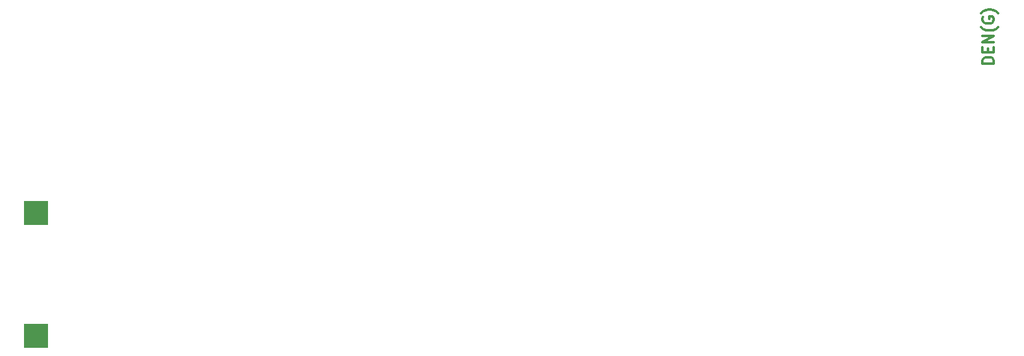
<source format=gbr>
G04 #@! TF.GenerationSoftware,KiCad,Pcbnew,5.0.1-33cea8e~68~ubuntu16.04.1*
G04 #@! TF.CreationDate,2018-10-29T00:19:41-07:00*
G04 #@! TF.ProjectId,integrated-board-design-2,696E74656772617465642D626F617264,rev?*
G04 #@! TF.SameCoordinates,Original*
G04 #@! TF.FileFunction,Paste,Bot*
G04 #@! TF.FilePolarity,Positive*
%FSLAX46Y46*%
G04 Gerber Fmt 4.6, Leading zero omitted, Abs format (unit mm)*
G04 Created by KiCad (PCBNEW 5.0.1-33cea8e~68~ubuntu16.04.1) date Mon 29 Oct 2018 12:19:41 AM PDT*
%MOMM*%
%LPD*%
G01*
G04 APERTURE LIST*
%ADD10C,0.375000*%
%ADD11R,3.200000X3.200000*%
G04 APERTURE END LIST*
D10*
X197553571Y-80307142D02*
X196053571Y-80307142D01*
X196053571Y-79950000D01*
X196125000Y-79735714D01*
X196267857Y-79592857D01*
X196410714Y-79521428D01*
X196696428Y-79450000D01*
X196910714Y-79450000D01*
X197196428Y-79521428D01*
X197339285Y-79592857D01*
X197482142Y-79735714D01*
X197553571Y-79950000D01*
X197553571Y-80307142D01*
X196767857Y-78807142D02*
X196767857Y-78307142D01*
X197553571Y-78092857D02*
X197553571Y-78807142D01*
X196053571Y-78807142D01*
X196053571Y-78092857D01*
X197553571Y-77450000D02*
X196053571Y-77450000D01*
X197553571Y-76592857D01*
X196053571Y-76592857D01*
X198125000Y-75450000D02*
X198053571Y-75521428D01*
X197839285Y-75664285D01*
X197696428Y-75735714D01*
X197482142Y-75807142D01*
X197125000Y-75878571D01*
X196839285Y-75878571D01*
X196482142Y-75807142D01*
X196267857Y-75735714D01*
X196125000Y-75664285D01*
X195910714Y-75521428D01*
X195839285Y-75450000D01*
X196125000Y-74092857D02*
X196053571Y-74235714D01*
X196053571Y-74450000D01*
X196125000Y-74664285D01*
X196267857Y-74807142D01*
X196410714Y-74878571D01*
X196696428Y-74950000D01*
X196910714Y-74950000D01*
X197196428Y-74878571D01*
X197339285Y-74807142D01*
X197482142Y-74664285D01*
X197553571Y-74450000D01*
X197553571Y-74307142D01*
X197482142Y-74092857D01*
X197410714Y-74021428D01*
X196910714Y-74021428D01*
X196910714Y-74307142D01*
X198125000Y-73521428D02*
X198053571Y-73450000D01*
X197839285Y-73307142D01*
X197696428Y-73235714D01*
X197482142Y-73164285D01*
X197125000Y-73092857D01*
X196839285Y-73092857D01*
X196482142Y-73164285D01*
X196267857Y-73235714D01*
X196125000Y-73307142D01*
X195910714Y-73450000D01*
X195839285Y-73521428D01*
D11*
G04 #@! TO.C,B1*
X69226015Y-116881709D03*
X69226015Y-100430909D03*
G04 #@! TD*
M02*

</source>
